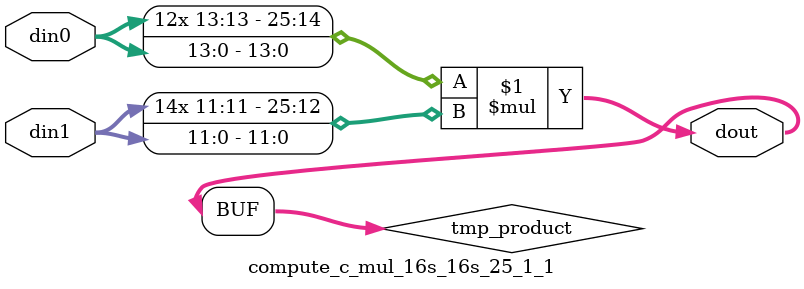
<source format=v>

`timescale 1 ns / 1 ps

 module compute_c_mul_16s_16s_25_1_1(din0, din1, dout);
parameter ID = 1;
parameter NUM_STAGE = 0;
parameter din0_WIDTH = 14;
parameter din1_WIDTH = 12;
parameter dout_WIDTH = 26;

input [din0_WIDTH - 1 : 0] din0; 
input [din1_WIDTH - 1 : 0] din1; 
output [dout_WIDTH - 1 : 0] dout;

wire signed [dout_WIDTH - 1 : 0] tmp_product;



























assign tmp_product = $signed(din0) * $signed(din1);








assign dout = tmp_product;





















endmodule

</source>
